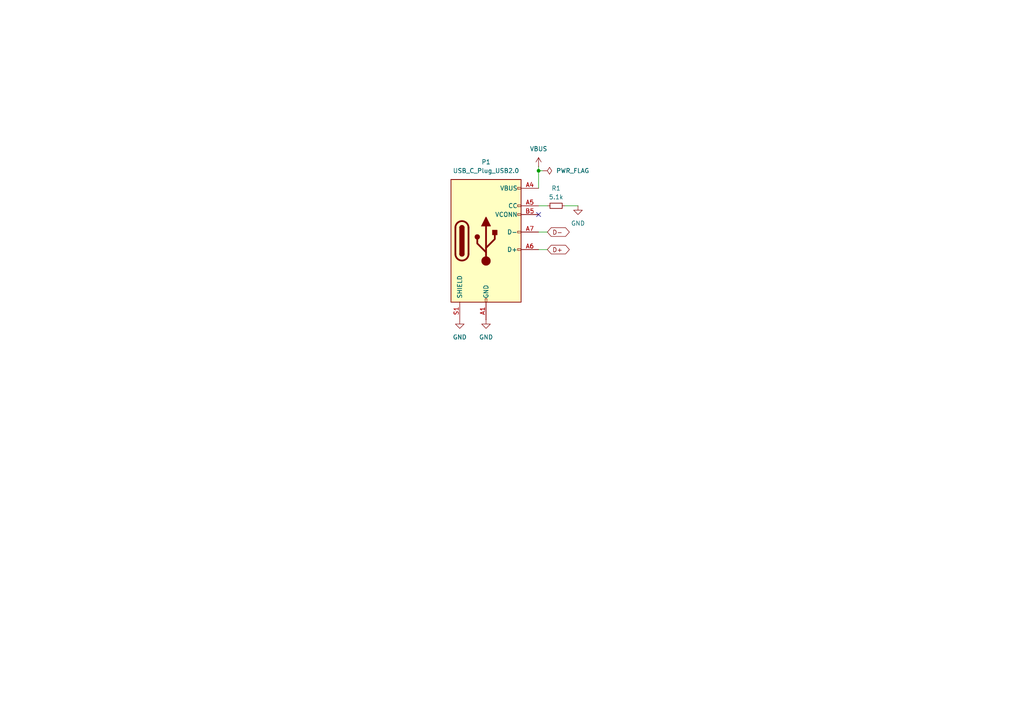
<source format=kicad_sch>
(kicad_sch (version 20231120) (generator "eeschema") (generator_version "8.0")
  (paper "A4")
  (lib_symbols
    (symbol "Connector:USB_C_Plug_USB2.0" (pin_names (offset 1.016))
      (property "Reference" "P" (at -10.16 19.05 0))
      (property "Value" "USB_C_Plug_USB2.0" (at 12.7 19.05 0))
      (symbol "USB_C_Plug_USB2.0_0_0"
        (rectangle (start -0.254 -17.78) (end 0.254 -16.764))
        (rectangle (start 10.16 -2.286) (end 9.144 -2.794))
        (rectangle (start 10.16 2.794) (end 9.144 2.286))
        (rectangle (start 10.16 7.874) (end 9.144 7.366))
        (rectangle (start 10.16 10.414) (end 9.144 9.906))
        (rectangle (start 10.16 15.494) (end 9.144 14.986))
      )
      (symbol "USB_C_Plug_USB2.0_0_1"
        (rectangle (start -10.16 17.78) (end 10.16 -17.78) (stroke (width 0.254)) (fill (type background)))
        (arc (start -8.89 -3.81) (mid -6.985 -5.7067) (end -5.08 -3.81) (stroke (width 0.508)))
        (arc (start -7.62 -3.81) (mid -6.985 -4.4423) (end -6.35 -3.81) (stroke (width 0.254)))
        (arc (start -7.62 -3.81) (mid -6.985 -4.4423) (end -6.35 -3.81) (stroke (width 0.254)) (fill (type outline)))
        (rectangle (start -7.62 -3.81) (end -6.35 3.81) (stroke (width 0.254)) (fill (type outline)))
        (arc (start -6.35 3.81) (mid -6.985 4.4423) (end -7.62 3.81) (stroke (width 0.254)))
        (arc (start -6.35 3.81) (mid -6.985 4.4423) (end -7.62 3.81) (stroke (width 0.254)) (fill (type outline)))
        (arc (start -5.08 3.81) (mid -6.985 5.7067) (end -8.89 3.81) (stroke (width 0.508)))
        (circle (center -2.54 1.143) (radius 0.635) (stroke (width 0.254)) (fill (type outline)))
        (circle (center 0 -5.842) (radius 1.27) (fill (type outline)))
        (polyline (pts (xy -8.89 -3.81) (xy -8.89 3.81)) (stroke (width 0.508)))
        (polyline (pts (xy -5.08 3.81) (xy -5.08 -3.81)) (stroke (width 0.508)))
        (polyline (pts (xy 0 -5.842) (xy 0 4.318)) (stroke (width 0.508)))
        (polyline (pts (xy 0 -3.302) (xy -2.54 -0.762) (xy -2.54 0.508)) (stroke (width 0.508)))
        (polyline (pts (xy 0 -2.032) (xy 2.54 0.508) (xy 2.54 1.778)) (stroke (width 0.508)))
        (polyline (pts (xy -1.27 4.318) (xy 0 6.858) (xy 1.27 4.318) (xy -1.27 4.318)) (stroke (width 0.254)) (fill (type outline)))
        (rectangle (start 1.905 1.778) (end 3.175 3.048) (stroke (width 0.254)) (fill (type outline)))
      )
      (symbol "USB_C_Plug_USB2.0_1_1"
        (pin passive line (at 0 -22.86 90) (length 5.08) (name "GND") (number "A1"))
        (pin passive line (at 0 -22.86 90) (length 5.08) hide (name "GND") (number "A12"))
        (pin passive line (at 15.24 15.24 180) (length 5.08) (name "VBUS") (number "A4"))
        (pin bidirectional line (at 15.24 10.16 180) (length 5.08) (name "CC") (number "A5"))
        (pin bidirectional line (at 15.24 -2.54 180) (length 5.08) (name "D+") (number "A6"))
        (pin bidirectional line (at 15.24 2.54 180) (length 5.08) (name "D-") (number "A7"))
        (pin passive line (at 15.24 15.24 180) (length 5.08) hide (name "VBUS") (number "A9"))
        (pin passive line (at 0 -22.86 90) (length 5.08) hide (name "GND") (number "B1"))
        (pin passive line (at 0 -22.86 90) (length 5.08) hide (name "GND") (number "B12"))
        (pin passive line (at 15.24 15.24 180) (length 5.08) hide (name "VBUS") (number "B4"))
        (pin bidirectional line (at 15.24 7.62 180) (length 5.08) (name "VCONN") (number "B5"))
        (pin passive line (at 15.24 15.24 180) (length 5.08) hide (name "VBUS") (number "B9"))
        (pin passive line (at -7.62 -22.86 90) (length 5.08) (name "SHIELD") (number "S1"))
      )
    )
    (symbol "Device:R_Small" (pin_numbers hide) (pin_names (offset 0.254) hide)
      (property "Reference" "R" (at 0.762 0.508 0))
      (property "Value" "R_Small" (at 0.762 -1.016 0))
      (symbol "R_Small_0_1"
        (rectangle (start -0.762 1.778) (end 0.762 -1.778) (stroke (width 0.2032)))
      )
      (symbol "R_Small_1_1"
        (pin passive line (at 0 2.54 270) (length 0.762) (name "~") (number "1"))
        (pin passive line (at 0 -2.54 90) (length 0.762) (name "~") (number "2"))
      )
    )
    (symbol "power:GND" (power) (pin_numbers hide) (pin_names (offset 0) hide)
      (property "Value" "GND" (at 0 -3.81 0))
      (symbol "GND_0_1"
        (polyline (pts (xy 0 0) (xy 0 -1.27) (xy 1.27 -1.27) (xy 0 -2.54) (xy -1.27 -1.27) (xy 0 -1.27)))
      )
      (symbol "GND_1_1"
        (pin power_in line (at 0 0 270) (length 0) (name "~") (number "1"))
      )
    )
    (symbol "power:PWR_FLAG" (power) (pin_numbers hide) (pin_names (offset 0) hide)
      (property "Value" "PWR_FLAG" (at 0 3.81 0))
      (symbol "PWR_FLAG_0_0"
        (pin power_out line (at 0 0 90) (length 0) (name "~") (number "1"))
      )
      (symbol "PWR_FLAG_0_1"
        (polyline (pts (xy 0 0) (xy 0 1.27) (xy -1.016 1.905) (xy 0 2.54) (xy 1.016 1.905) (xy 0 1.27)))
      )
    )
    (symbol "power:VBUS" (power) (pin_numbers hide) (pin_names (offset 0) hide)
      (property "Value" "VBUS" (at 0 3.556 0))
      (symbol "VBUS_0_1"
        (polyline (pts (xy -0.762 1.27) (xy 0 2.54)))
        (polyline (pts (xy 0 0) (xy 0 2.54)))
        (polyline (pts (xy 0 2.54) (xy 0.762 1.27)))
      )
      (symbol "VBUS_1_1"
        (pin power_in line (at 0 0 90) (length 0) (name "~") (number "1"))
      )
    )
  )
  (junction (at 156.21 49.53))
  (no_connect (at 156.21 62.23))
  (wire (pts (xy 156.21 48.26) (xy 156.21 49.53)))
  (wire (pts (xy 158.75 59.69) (xy 156.21 59.69)))
  (wire (pts (xy 156.21 49.53) (xy 156.21 54.61)))
  (wire (pts (xy 167.64 59.69) (xy 163.83 59.69)))
  (wire (pts (xy 157.48 49.53) (xy 156.21 49.53)))
  (wire (pts (xy 158.75 67.31) (xy 156.21 67.31)))
  (wire (pts (xy 158.75 72.39) (xy 156.21 72.39)))
  (global_label "D+" (shape bidirectional) (at 158.75 72.39 0) (property "Intersheetrefs" "${INTERSHEET_REFS}" (effects (hide yes))))
  (global_label "D-" (shape bidirectional) (at 158.75 67.31 0) (property "Intersheetrefs" "${INTERSHEET_REFS}" (effects (hide yes))))
  (symbol (lib_id "power:GND") (at 167.64 59.69 0) (unit 1)
    (property "Reference" "#PWR0104" (effects (hide yes)))
    (property "Value" "GND" (at 167.64 64.77 0))
    (property "Description" "Power symbol creates a global label with name \"GND\" , ground" (effects (hide yes)))
  )
  (symbol (lib_id "power:PWR_FLAG") (at 157.48 49.53 270) (unit 1)
    (property "Reference" "#FLG01" (effects (hide yes)))
    (property "Value" "PWR_FLAG" (at 161.29 49.5299 90) (effects (justify left)))
    (property "Description" "Special symbol for telling ERC where power comes from" (effects (hide yes)))
  )
  (symbol (lib_id "Connector:USB_C_Plug_USB2.0") (at 140.97 69.85 0) (unit 1)
    (property "Reference" "P1" (at 140.97 46.99 0))
    (property "Value" "USB_C_Plug_USB2.0" (at 140.97 49.53 0))
    (property "Datasheet" "https://www.usb.org/sites/default/files/documents/usb_type-c.zip" (effects (hide yes)))
    (property "Description" "USB 2.0-only Type-C Plug connector" (effects (hide yes)))
  )
  (symbol (lib_id "power:VBUS") (at 156.21 48.26 0) (unit 1)
    (property "Reference" "#PWR0101" (effects (hide yes)))
    (property "Value" "VBUS" (at 156.21 43.18 0))
    (property "Description" "Power symbol creates a global label with name \"VBUS\"" (effects (hide yes)))
  )
  (symbol (lib_id "Device:R_Small") (at 161.29 59.69 90) (unit 1)
    (property "Reference" "R1" (at 161.29 54.61 90))
    (property "Value" "5.1k" (at 161.29 57.15 90))
    (property "Description" "Resistor, small symbol" (effects (hide yes)))
  )
  (symbol (lib_id "power:GND") (at 140.97 92.71 0) (unit 1)
    (property "Reference" "#PWR0100" (effects (hide yes)))
    (property "Value" "GND" (at 140.97 97.79 0))
    (property "Description" "Power symbol creates a global label with name \"GND\" , ground" (effects (hide yes)))
  )
  (symbol (lib_id "power:GND") (at 133.35 92.71 0) (unit 1)
    (property "Reference" "#PWR099" (effects (hide yes)))
    (property "Value" "GND" (at 133.35 97.79 0))
    (property "Description" "Power symbol creates a global label with name \"GND\" , ground" (effects (hide yes)))
  )
)
</source>
